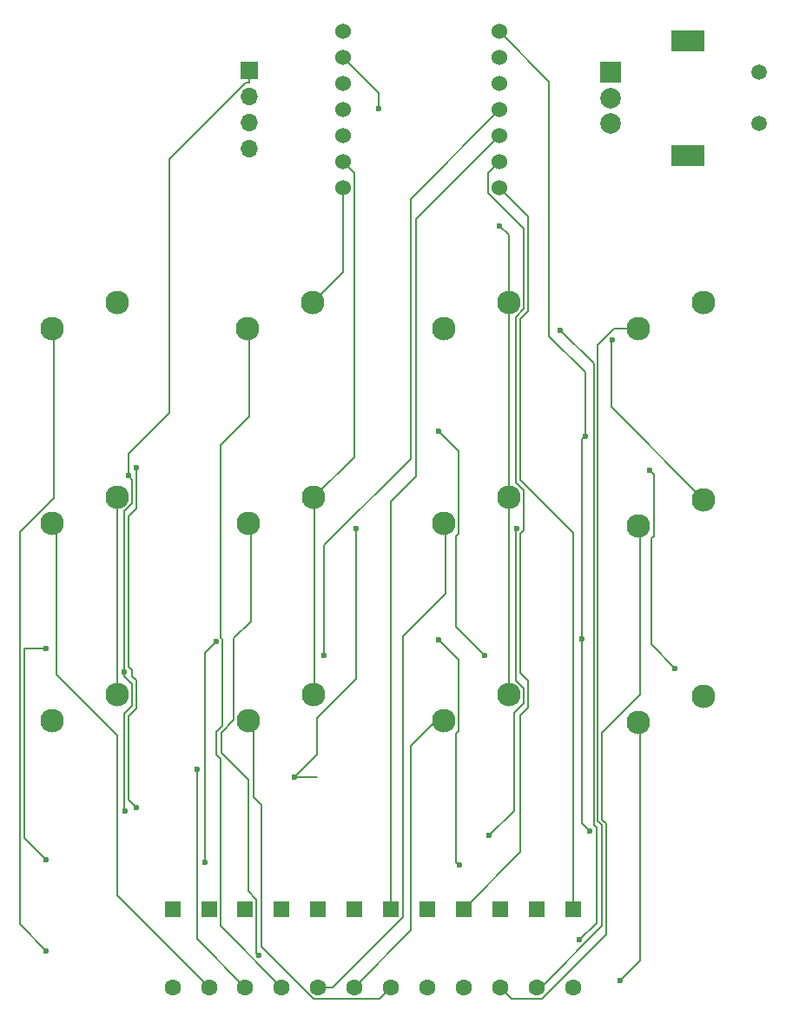
<source format=gbr>
%TF.GenerationSoftware,KiCad,Pcbnew,9.0.2-2.fc42*%
%TF.CreationDate,2025-06-07T11:28:52-05:00*%
%TF.ProjectId,macro_pad,6d616372-6f5f-4706-9164-2e6b69636164,rev?*%
%TF.SameCoordinates,Original*%
%TF.FileFunction,Copper,L2,Bot*%
%TF.FilePolarity,Positive*%
%FSLAX46Y46*%
G04 Gerber Fmt 4.6, Leading zero omitted, Abs format (unit mm)*
G04 Created by KiCad (PCBNEW 9.0.2-2.fc42) date 2025-06-07 11:28:52*
%MOMM*%
%LPD*%
G01*
G04 APERTURE LIST*
G04 Aperture macros list*
%AMRoundRect*
0 Rectangle with rounded corners*
0 $1 Rounding radius*
0 $2 $3 $4 $5 $6 $7 $8 $9 X,Y pos of 4 corners*
0 Add a 4 corners polygon primitive as box body*
4,1,4,$2,$3,$4,$5,$6,$7,$8,$9,$2,$3,0*
0 Add four circle primitives for the rounded corners*
1,1,$1+$1,$2,$3*
1,1,$1+$1,$4,$5*
1,1,$1+$1,$6,$7*
1,1,$1+$1,$8,$9*
0 Add four rect primitives between the rounded corners*
20,1,$1+$1,$2,$3,$4,$5,0*
20,1,$1+$1,$4,$5,$6,$7,0*
20,1,$1+$1,$6,$7,$8,$9,0*
20,1,$1+$1,$8,$9,$2,$3,0*%
G04 Aperture macros list end*
%TA.AperFunction,ComponentPad*%
%ADD10C,1.500000*%
%TD*%
%TA.AperFunction,ComponentPad*%
%ADD11R,2.000000X2.000000*%
%TD*%
%TA.AperFunction,ComponentPad*%
%ADD12C,2.000000*%
%TD*%
%TA.AperFunction,ComponentPad*%
%ADD13R,3.200000X2.000000*%
%TD*%
%TA.AperFunction,ComponentPad*%
%ADD14C,1.524000*%
%TD*%
%TA.AperFunction,ComponentPad*%
%ADD15C,2.300000*%
%TD*%
%TA.AperFunction,ComponentPad*%
%ADD16R,1.700000X1.700000*%
%TD*%
%TA.AperFunction,ComponentPad*%
%ADD17O,1.700000X1.700000*%
%TD*%
%TA.AperFunction,ComponentPad*%
%ADD18RoundRect,0.250000X-0.550000X0.550000X-0.550000X-0.550000X0.550000X-0.550000X0.550000X0.550000X0*%
%TD*%
%TA.AperFunction,ComponentPad*%
%ADD19C,1.600000*%
%TD*%
%TA.AperFunction,ViaPad*%
%ADD20C,0.600000*%
%TD*%
%TA.AperFunction,Conductor*%
%ADD21C,0.200000*%
%TD*%
G04 APERTURE END LIST*
D10*
%TO.P,SW13,*%
%TO.N,*%
X142175000Y-26100000D03*
X142175000Y-31100000D03*
D11*
%TO.P,SW13,A,A*%
%TO.N,RotEncodeA*%
X127675000Y-26100000D03*
D12*
%TO.P,SW13,B,B*%
%TO.N,RotEncodeB*%
X127675000Y-31100000D03*
%TO.P,SW13,C,C*%
%TO.N,GND*%
X127675000Y-28600000D03*
D13*
%TO.P,SW13,MP*%
%TO.N,N/C*%
X135175000Y-23000000D03*
X135175000Y-34200000D03*
%TD*%
D14*
%TO.P,U1,1,GPIO26/ADC0/A0*%
%TO.N,RotEncodeA*%
X101580000Y-22148500D03*
%TO.P,U1,2,GPIO27/ADC1/A1*%
%TO.N,RotEncodeB*%
X101580000Y-24688500D03*
%TO.P,U1,3,GPIO28/ADC2/A2*%
%TO.N,OLED SCL*%
X101580000Y-27228500D03*
%TO.P,U1,4,GPIO29/ADC3/A3*%
%TO.N,OLED SDA*%
X101580000Y-29768500D03*
%TO.P,U1,5,GPIO6/SDA*%
%TO.N,Col 1*%
X101580000Y-32308500D03*
%TO.P,U1,6,GPIO7/SCL*%
%TO.N,Col 2*%
X101580000Y-34848500D03*
%TO.P,U1,7,GPIO0/TX*%
%TO.N,Col 3*%
X101580000Y-37388500D03*
%TO.P,U1,8,GPIO1/RX*%
%TO.N,Row 3*%
X116820000Y-37388500D03*
%TO.P,U1,9,GPIO2/SCK*%
%TO.N,Row 2*%
X116820000Y-34848500D03*
%TO.P,U1,10,GPIO4/MISO*%
%TO.N,Row 1*%
X116820000Y-32308500D03*
%TO.P,U1,11,GPIO3/MOSI*%
%TO.N,LED Data*%
X116820000Y-29768500D03*
%TO.P,U1,12,3V3*%
%TO.N,+3.3V*%
X116820000Y-27228500D03*
%TO.P,U1,13,GND*%
%TO.N,GND*%
X116820000Y-24688500D03*
%TO.P,U1,14,VBUS*%
%TO.N,+5V*%
X116820000Y-22148500D03*
%TD*%
D15*
%TO.P,SW12,1,1*%
%TO.N,Net-(D17-A)*%
X130390000Y-89460000D03*
%TO.P,SW12,2,2*%
%TO.N,Col 4*%
X136740000Y-86920000D03*
%TD*%
%TO.P,SW11,1,1*%
%TO.N,Net-(D30-A)*%
X130390000Y-70260000D03*
%TO.P,SW11,2,2*%
%TO.N,Col 3*%
X136740000Y-67720000D03*
%TD*%
%TO.P,SW10,1,1*%
%TO.N,Net-(D31-A)*%
X130390000Y-51060000D03*
%TO.P,SW10,2,2*%
%TO.N,Col 2*%
X136740000Y-48520000D03*
%TD*%
%TO.P,SW9,1,1*%
%TO.N,Net-(D32-A)*%
X111390000Y-51025000D03*
%TO.P,SW9,2,2*%
%TO.N,Col 1*%
X117740000Y-48485000D03*
%TD*%
%TO.P,SW8,1,1*%
%TO.N,Net-(D21-A)*%
X111390000Y-70060000D03*
%TO.P,SW8,2,2*%
%TO.N,Col 1*%
X117740000Y-67520000D03*
%TD*%
%TO.P,SW7,1,1*%
%TO.N,Net-(D22-A)*%
X111390000Y-89260000D03*
%TO.P,SW7,2,2*%
%TO.N,Col 1*%
X117740000Y-86720000D03*
%TD*%
%TO.P,SW6,1,1*%
%TO.N,Net-(D24-A)*%
X92390000Y-70060000D03*
%TO.P,SW6,2,2*%
%TO.N,Col 2*%
X98740000Y-67520000D03*
%TD*%
%TO.P,SW5,1,1*%
%TO.N,Net-(D20-A)*%
X92270000Y-51025000D03*
%TO.P,SW5,2,2*%
%TO.N,Col 3*%
X98620000Y-48485000D03*
%TD*%
%TO.P,SW4,1,1*%
%TO.N,Net-(D23-A)*%
X92390000Y-89260000D03*
%TO.P,SW4,2,2*%
%TO.N,Col 2*%
X98740000Y-86720000D03*
%TD*%
%TO.P,SW3,1,1*%
%TO.N,Net-(D19-A)*%
X73190000Y-89260000D03*
%TO.P,SW3,2,2*%
%TO.N,Col 4*%
X79540000Y-86720000D03*
%TD*%
%TO.P,SW2,1,1*%
%TO.N,Net-(D18-A)*%
X73190000Y-70060000D03*
%TO.P,SW2,2,2*%
%TO.N,Col 4*%
X79540000Y-67520000D03*
%TD*%
%TO.P,SW1,1,1*%
%TO.N,Net-(D29-A)*%
X73190000Y-51025000D03*
%TO.P,SW1,2,2*%
%TO.N,Col 3*%
X79540000Y-48485000D03*
%TD*%
D16*
%TO.P,J1,1,Pin_1*%
%TO.N,GND*%
X92400000Y-25920000D03*
D17*
%TO.P,J1,2,Pin_2*%
%TO.N,+3.3V*%
X92400000Y-28460000D03*
%TO.P,J1,3,Pin_3*%
%TO.N,OLED SCL*%
X92400000Y-31000000D03*
%TO.P,J1,4,Pin_4*%
%TO.N,OLED SDA*%
X92400000Y-33540000D03*
%TD*%
D18*
%TO.P,D32,1,K*%
%TO.N,Row 3*%
X124000000Y-107590000D03*
D19*
%TO.P,D32,2,A*%
%TO.N,Net-(D32-A)*%
X124000000Y-115210000D03*
%TD*%
D18*
%TO.P,D31,1,K*%
%TO.N,Row 3*%
X120450000Y-107590000D03*
D19*
%TO.P,D31,2,A*%
%TO.N,Net-(D31-A)*%
X120450000Y-115210000D03*
%TD*%
D18*
%TO.P,D30,1,K*%
%TO.N,Row 3*%
X116900000Y-107590000D03*
D19*
%TO.P,D30,2,A*%
%TO.N,Net-(D30-A)*%
X116900000Y-115210000D03*
%TD*%
D18*
%TO.P,D29,1,K*%
%TO.N,Row 2*%
X113350000Y-107590000D03*
D19*
%TO.P,D29,2,A*%
%TO.N,Net-(D29-A)*%
X113350000Y-115210000D03*
%TD*%
D18*
%TO.P,D24,1,K*%
%TO.N,Row 2*%
X109800000Y-107590000D03*
D19*
%TO.P,D24,2,A*%
%TO.N,Net-(D24-A)*%
X109800000Y-115210000D03*
%TD*%
D18*
%TO.P,D23,1,K*%
%TO.N,Row 1*%
X106250000Y-107590000D03*
D19*
%TO.P,D23,2,A*%
%TO.N,Net-(D23-A)*%
X106250000Y-115210000D03*
%TD*%
D18*
%TO.P,D22,1,K*%
%TO.N,Row 2*%
X102700000Y-107590000D03*
D19*
%TO.P,D22,2,A*%
%TO.N,Net-(D22-A)*%
X102700000Y-115210000D03*
%TD*%
D18*
%TO.P,D21,1,K*%
%TO.N,Row 1*%
X99150000Y-107590000D03*
D19*
%TO.P,D21,2,A*%
%TO.N,Net-(D21-A)*%
X99150000Y-115210000D03*
%TD*%
D18*
%TO.P,D20,1,K*%
%TO.N,Row 1*%
X95600000Y-107590000D03*
D19*
%TO.P,D20,2,A*%
%TO.N,Net-(D20-A)*%
X95600000Y-115210000D03*
%TD*%
D18*
%TO.P,D19,1,K*%
%TO.N,Row 1*%
X92050000Y-107590000D03*
D19*
%TO.P,D19,2,A*%
%TO.N,Net-(D19-A)*%
X92050000Y-115210000D03*
%TD*%
D18*
%TO.P,D18,1,K*%
%TO.N,Row 2*%
X88500000Y-107590000D03*
D19*
%TO.P,D18,2,A*%
%TO.N,Net-(D18-A)*%
X88500000Y-115210000D03*
%TD*%
%TO.P,D17,2,A*%
%TO.N,Net-(D17-A)*%
X84950000Y-115210000D03*
D18*
%TO.P,D17,1,K*%
%TO.N,Row 3*%
X84950000Y-107590000D03*
%TD*%
D20*
%TO.N,RotEncodeB*%
X105021400Y-29662000D03*
%TO.N,Col 1*%
X116834200Y-41032100D03*
%TO.N,Col 3*%
X127815300Y-52167600D03*
%TO.N,Net-(D32-A)*%
X122772100Y-51236600D03*
X124614300Y-110613200D03*
%TO.N,Net-(D29-A)*%
X72603300Y-111647000D03*
%TO.N,Net-(D24-A)*%
X93364200Y-112145200D03*
%TO.N,Net-(D19-A)*%
X87338800Y-93999800D03*
%TO.N,Net-(D17-A)*%
X128598200Y-114588200D03*
%TO.N,Net-(D11-DOUT)*%
X131433300Y-64867300D03*
X133961000Y-84140300D03*
%TO.N,Net-(D11-DIN)*%
X118509700Y-70526900D03*
X115819400Y-100447000D03*
%TO.N,Net-(D8-DOUT)*%
X110915600Y-81358000D03*
X112885000Y-103334500D03*
%TO.N,LED Data*%
X99747000Y-82928600D03*
%TO.N,Net-(D5-DOUT)*%
X88125600Y-103071100D03*
X89176600Y-81565500D03*
%TO.N,Net-(D4-DOUT)*%
X110906200Y-61047300D03*
X115389600Y-82866900D03*
%TO.N,Net-(D3-DOUT)*%
X102859900Y-70577700D03*
X96875800Y-94757100D03*
%TO.N,Net-(D2-DOUT)*%
X72603300Y-102823400D03*
X72589900Y-82235000D03*
%TO.N,+5V*%
X124864300Y-81325000D03*
X125651100Y-99998300D03*
X125165800Y-61549600D03*
%TO.N,Net-(D1-DIN)*%
X81447600Y-97726300D03*
X81444600Y-64590800D03*
%TO.N,GND*%
X80623700Y-65408700D03*
X80290300Y-98097000D03*
X80268700Y-84474300D03*
%TD*%
D21*
%TO.N,RotEncodeB*%
X105021400Y-28129900D02*
X105021400Y-29662000D01*
X101580000Y-24688500D02*
X105021400Y-28129900D01*
%TO.N,Col 1*%
X117765300Y-67545300D02*
X117740000Y-67520000D01*
X117765300Y-86694700D02*
X117765300Y-67545300D01*
X117740000Y-86720000D02*
X117765300Y-86694700D01*
X117745600Y-67514400D02*
X117740000Y-67520000D01*
X117745600Y-48490600D02*
X117745600Y-67514400D01*
X117740000Y-48485000D02*
X117745600Y-48490600D01*
X117738500Y-48483500D02*
X117740000Y-48485000D01*
X117738400Y-48483500D02*
X117738500Y-48483500D01*
X117738400Y-41936300D02*
X117738400Y-48483500D01*
X116834200Y-41032100D02*
X117738400Y-41936300D01*
%TO.N,Col 2*%
X98766700Y-86693300D02*
X98740000Y-86720000D01*
X98766700Y-67546700D02*
X98766700Y-86693300D01*
X98740000Y-67520000D02*
X98766700Y-67546700D01*
X102664700Y-63595300D02*
X98740000Y-67520000D01*
X102664700Y-35933200D02*
X102664700Y-63595300D01*
X101580000Y-34848500D02*
X102664700Y-35933200D01*
%TO.N,Col 4*%
X79583200Y-86676800D02*
X79540000Y-86720000D01*
X79583200Y-67563200D02*
X79583200Y-86676800D01*
X79540000Y-67520000D02*
X79583200Y-67563200D01*
%TO.N,Col 3*%
X101580000Y-45525000D02*
X98620000Y-48485000D01*
X101580000Y-37388500D02*
X101580000Y-45525000D01*
X127717400Y-52265500D02*
X127815300Y-52167600D01*
X127717400Y-58697400D02*
X127717400Y-52265500D01*
X136740000Y-67720000D02*
X127717400Y-58697400D01*
%TO.N,Net-(D32-A)*%
X126010100Y-54474600D02*
X122772100Y-51236600D01*
X126010100Y-99388000D02*
X126010100Y-54474600D01*
X126270300Y-99648200D02*
X126010100Y-99388000D01*
X126270300Y-108957200D02*
X126270300Y-99648200D01*
X124614300Y-110613200D02*
X126270300Y-108957200D01*
%TO.N,Net-(D31-A)*%
X126822100Y-99431800D02*
X126586700Y-99196400D01*
X126822100Y-109256300D02*
X126822100Y-99431800D01*
X120868400Y-115210000D02*
X126822100Y-109256300D01*
X120450000Y-115210000D02*
X120868400Y-115210000D01*
X126586700Y-99196400D02*
X126421900Y-99031600D01*
X126586700Y-99196400D02*
X126421900Y-99031600D01*
X128007500Y-51060000D02*
X130390000Y-51060000D01*
X126421900Y-52645600D02*
X128007500Y-51060000D01*
X126421900Y-99031600D02*
X126421900Y-52645600D01*
%TO.N,Net-(D30-A)*%
X127223800Y-99265500D02*
X126988400Y-99030100D01*
X127223800Y-110037600D02*
X127223800Y-99265500D01*
X120939700Y-116321700D02*
X127223800Y-110037600D01*
X118011700Y-116321700D02*
X120939700Y-116321700D01*
X116900000Y-115210000D02*
X118011700Y-116321700D01*
X130565400Y-70435400D02*
X130390000Y-70260000D01*
X130565400Y-86675400D02*
X130565400Y-70435400D01*
X126846400Y-90394400D02*
X130565400Y-86675400D01*
X126846400Y-98888100D02*
X126846400Y-90394400D01*
X126988400Y-99030100D02*
X126846400Y-98888100D01*
X126988400Y-99030100D02*
X126846400Y-98888100D01*
%TO.N,Net-(D29-A)*%
X70059400Y-109103100D02*
X72603300Y-111647000D01*
X70059400Y-70915800D02*
X70059400Y-109103100D01*
X73363200Y-67612000D02*
X70059400Y-70915800D01*
X73363200Y-51198200D02*
X73363200Y-67612000D01*
X73190000Y-51025000D02*
X73363200Y-51198200D01*
%TO.N,Net-(D24-A)*%
X93152700Y-111933700D02*
X93364200Y-112145200D01*
X93152700Y-106690500D02*
X93152700Y-111933700D01*
X92320900Y-105858700D02*
X93152700Y-106690500D01*
X92320900Y-94984500D02*
X92320900Y-105858700D01*
X89690800Y-92354400D02*
X92320900Y-94984500D01*
X89690800Y-90438200D02*
X89690800Y-92354400D01*
X90938300Y-89190700D02*
X89690800Y-90438200D01*
X90938300Y-81220600D02*
X90938300Y-89190700D01*
X92563200Y-79595700D02*
X90938300Y-81220600D01*
X92563200Y-70233200D02*
X92563200Y-79595700D01*
X92390000Y-70060000D02*
X92563200Y-70233200D01*
%TO.N,Net-(D23-A)*%
X92851900Y-89721900D02*
X92390000Y-89260000D01*
X92851900Y-96690100D02*
X92851900Y-89721900D01*
X93655900Y-97494100D02*
X92851900Y-96690100D01*
X93655900Y-111290300D02*
X93655900Y-97494100D01*
X98682700Y-116317100D02*
X93655900Y-111290300D01*
X105142900Y-116317100D02*
X98682700Y-116317100D01*
X106250000Y-115210000D02*
X105142900Y-116317100D01*
%TO.N,Net-(D22-A)*%
X110630400Y-89260000D02*
X111390000Y-89260000D01*
X108223600Y-91666800D02*
X110630400Y-89260000D01*
X108223600Y-109686400D02*
X108223600Y-91666800D01*
X102700000Y-115210000D02*
X108223600Y-109686400D01*
%TO.N,Net-(D21-A)*%
X111543100Y-70213100D02*
X111390000Y-70060000D01*
X111543100Y-76903700D02*
X111543100Y-70213100D01*
X107386500Y-81060300D02*
X111543100Y-76903700D01*
X107386500Y-108376200D02*
X107386500Y-81060300D01*
X100552700Y-115210000D02*
X107386500Y-108376200D01*
X99150000Y-115210000D02*
X100552700Y-115210000D01*
%TO.N,Net-(D20-A)*%
X89239100Y-92576300D02*
X89474500Y-92811700D01*
X89239100Y-90319700D02*
X89239100Y-92576300D01*
X89778300Y-89780500D02*
X89239100Y-90319700D01*
X89778300Y-81316300D02*
X89778300Y-89780500D01*
X89640800Y-81178800D02*
X89778300Y-81316300D01*
X89640800Y-62403200D02*
X89640800Y-81178800D01*
X92443200Y-59600800D02*
X89640800Y-62403200D01*
X92443200Y-51198200D02*
X92443200Y-59600800D01*
X92270000Y-51025000D02*
X92443200Y-51198200D01*
X89474500Y-92811700D02*
X89639300Y-92976500D01*
X89474500Y-92811700D02*
X89639300Y-92976500D01*
X95578200Y-115210000D02*
X95600000Y-115210000D01*
X89639300Y-109271100D02*
X95578200Y-115210000D01*
X89639300Y-92976500D02*
X89639300Y-109271100D01*
%TO.N,Row 1*%
X108717400Y-40411100D02*
X116820000Y-32308500D01*
X108717400Y-65427100D02*
X108717400Y-40411100D01*
X106250000Y-67894500D02*
X108717400Y-65427100D01*
X106250000Y-107590000D02*
X106250000Y-67894500D01*
%TO.N,Net-(D19-A)*%
X87338800Y-110498800D02*
X92050000Y-115210000D01*
X87338800Y-93999800D02*
X87338800Y-110498800D01*
%TO.N,Row 2*%
X115754400Y-35914100D02*
X116820000Y-34848500D01*
X115754400Y-37847500D02*
X115754400Y-35914100D01*
X119213200Y-41306300D02*
X115754400Y-37847500D01*
X119213200Y-49154600D02*
X119213200Y-41306300D01*
X118410900Y-49956900D02*
X119213200Y-49154600D01*
X118410900Y-66034300D02*
X118410900Y-49956900D01*
X119199300Y-66822700D02*
X118410900Y-66034300D01*
X119199300Y-70688200D02*
X119199300Y-66822700D01*
X118837500Y-71050000D02*
X119199300Y-70688200D01*
X118837500Y-84564500D02*
X118837500Y-71050000D01*
X119603000Y-85330000D02*
X118837500Y-84564500D01*
X119603000Y-88014100D02*
X119603000Y-85330000D01*
X118874900Y-88742200D02*
X119603000Y-88014100D01*
X118874900Y-102065100D02*
X118874900Y-88742200D01*
X113350000Y-107590000D02*
X118874900Y-102065100D01*
%TO.N,Net-(D18-A)*%
X79548900Y-106258900D02*
X88500000Y-115210000D01*
X79548900Y-90666800D02*
X79548900Y-106258900D01*
X73651900Y-84769800D02*
X79548900Y-90666800D01*
X73651900Y-70521900D02*
X73651900Y-84769800D01*
X73190000Y-70060000D02*
X73651900Y-70521900D01*
%TO.N,Row 3*%
X119608600Y-66560500D02*
X119601000Y-66552900D01*
X119608600Y-66560500D02*
X119601000Y-66552900D01*
X119614900Y-40183400D02*
X116820000Y-37388500D01*
X119614900Y-49365500D02*
X119614900Y-40183400D01*
X118832800Y-50147600D02*
X119614900Y-49365500D01*
X118832800Y-65784700D02*
X118832800Y-50147600D01*
X119601000Y-66552900D02*
X118832800Y-65784700D01*
X124000000Y-70951900D02*
X119608600Y-66560500D01*
X124000000Y-107590000D02*
X124000000Y-70951900D01*
%TO.N,Net-(D17-A)*%
X130563200Y-89633200D02*
X130390000Y-89460000D01*
X130563200Y-112623200D02*
X130563200Y-89633200D01*
X128598200Y-114588200D02*
X130563200Y-112623200D01*
%TO.N,Net-(D11-DOUT)*%
X131859500Y-65293500D02*
X131433300Y-64867300D01*
X131859500Y-71272600D02*
X131859500Y-65293500D01*
X131643900Y-71488200D02*
X131859500Y-71272600D01*
X131643900Y-81823200D02*
X131643900Y-71488200D01*
X133961000Y-84140300D02*
X131643900Y-81823200D01*
%TO.N,Net-(D11-DIN)*%
X118251000Y-98015400D02*
X115819400Y-100447000D01*
X118251000Y-88515300D02*
X118251000Y-98015400D01*
X119201300Y-87565000D02*
X118251000Y-88515300D01*
X119201300Y-86096100D02*
X119201300Y-87565000D01*
X118435800Y-85330600D02*
X119201300Y-86096100D01*
X118435800Y-70600800D02*
X118435800Y-85330600D01*
X118509700Y-70526900D02*
X118435800Y-70600800D01*
X118509700Y-70526900D02*
X118435800Y-70526900D01*
X118435800Y-70526900D02*
X118509700Y-70526900D01*
%TO.N,Net-(D8-DOUT)*%
X112850300Y-83292700D02*
X110915600Y-81358000D01*
X112850300Y-90281800D02*
X112850300Y-83292700D01*
X112616700Y-90515400D02*
X112850300Y-90281800D01*
X112616700Y-103066200D02*
X112616700Y-90515400D01*
X112885000Y-103334500D02*
X112616700Y-103066200D01*
X110915600Y-81358000D02*
X110915600Y-81325000D01*
X110915600Y-81325000D02*
X110915600Y-81358000D01*
%TO.N,LED Data*%
X99747000Y-72149400D02*
X99747000Y-82928600D01*
X108168900Y-63727500D02*
X99747000Y-72149400D01*
X108168900Y-38419600D02*
X108168900Y-63727500D01*
X116820000Y-29768500D02*
X108168900Y-38419600D01*
%TO.N,Net-(D5-DOUT)*%
X88125600Y-82616500D02*
X89176600Y-81565500D01*
X88125600Y-103071100D02*
X88125600Y-82616500D01*
%TO.N,Net-(D4-DOUT)*%
X112600500Y-80077800D02*
X115389600Y-82866900D01*
X112600500Y-71331600D02*
X112600500Y-80077800D01*
X112850300Y-71081800D02*
X112600500Y-71331600D01*
X112850300Y-62991400D02*
X112850300Y-71081800D01*
X110906200Y-61047300D02*
X112850300Y-62991400D01*
%TO.N,Net-(D3-DOUT)*%
X99066800Y-92566100D02*
X96875800Y-94757100D01*
X99066800Y-88982300D02*
X99066800Y-92566100D01*
X102859900Y-85189200D02*
X99066800Y-88982300D01*
X102859900Y-70577700D02*
X102859900Y-85189200D01*
X96875800Y-94757100D02*
X99066800Y-94757100D01*
X99066800Y-94757100D02*
X96875800Y-94757100D01*
%TO.N,Net-(D2-DOUT)*%
X70495600Y-82235000D02*
X72589900Y-82235000D01*
X72589900Y-82235000D02*
X70495600Y-82235000D01*
X70495600Y-100715700D02*
X70495600Y-82235000D01*
X72603300Y-102823400D02*
X70495600Y-100715700D01*
%TO.N,+5V*%
X124864300Y-99211500D02*
X124864300Y-81325000D01*
X125651100Y-99998300D02*
X124864300Y-99211500D01*
X124864300Y-61851100D02*
X125165800Y-61549600D01*
X124864300Y-81325000D02*
X124864300Y-61851100D01*
X125165800Y-55321500D02*
X125165800Y-61549600D01*
X121681100Y-51836800D02*
X125165800Y-55321500D01*
X121681100Y-27009600D02*
X121681100Y-51836800D01*
X116820000Y-22148500D02*
X121681100Y-27009600D01*
%TO.N,Net-(D1-DIN)*%
X81424900Y-85303500D02*
X81189500Y-85068100D01*
X81424900Y-88026500D02*
X81424900Y-85303500D01*
X80665700Y-88785700D02*
X81424900Y-88026500D01*
X80665700Y-96944400D02*
X80665700Y-88785700D01*
X81447600Y-97726300D02*
X80665700Y-96944400D01*
X81189500Y-85068100D02*
X81023200Y-84901800D01*
X81189500Y-85068100D02*
X81023200Y-84901800D01*
X81444600Y-68560000D02*
X81444600Y-64590800D01*
X80666400Y-69338200D02*
X81444600Y-68560000D01*
X80666400Y-84021100D02*
X80666400Y-69338200D01*
X81023200Y-84377900D02*
X80666400Y-84021100D01*
X81023200Y-84901800D02*
X81023200Y-84377900D01*
%TO.N,GND*%
X80623700Y-63284900D02*
X80623700Y-65408700D01*
X84658900Y-59249700D02*
X80623700Y-63284900D01*
X84658900Y-34524900D02*
X84658900Y-59249700D01*
X92112100Y-27071700D02*
X84658900Y-34524900D01*
X92400000Y-27071700D02*
X92112100Y-27071700D01*
X92400000Y-25920000D02*
X92400000Y-27071700D01*
X80240300Y-84445900D02*
X80268700Y-84474300D01*
X80240300Y-68872800D02*
X80240300Y-84445900D01*
X81025800Y-68087300D02*
X80240300Y-68872800D01*
X81025800Y-65810800D02*
X81025800Y-68087300D01*
X80623700Y-65408700D02*
X81025800Y-65810800D01*
X80268700Y-84915500D02*
X80268700Y-84474300D01*
X81023200Y-85670000D02*
X80268700Y-84915500D01*
X81023200Y-87793300D02*
X81023200Y-85670000D01*
X80209200Y-88607300D02*
X81023200Y-87793300D01*
X80209200Y-98015900D02*
X80209200Y-88607300D01*
X80290300Y-98097000D02*
X80209200Y-98015900D01*
X80290300Y-98097000D02*
X80175600Y-98097000D01*
X80175600Y-98097000D02*
X80290300Y-98097000D01*
%TD*%
M02*

</source>
